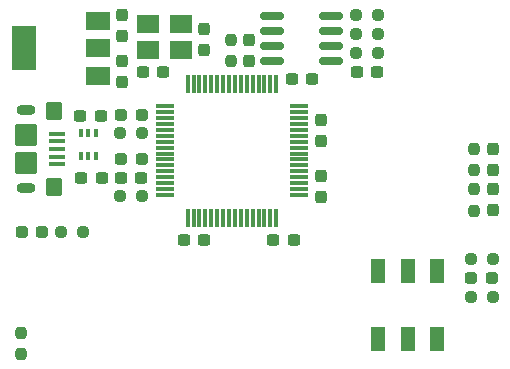
<source format=gtp>
G04 #@! TF.GenerationSoftware,KiCad,Pcbnew,7.0.8*
G04 #@! TF.CreationDate,2024-04-19T19:41:21-04:00*
G04 #@! TF.ProjectId,programmer,70726f67-7261-46d6-9d65-722e6b696361,rev?*
G04 #@! TF.SameCoordinates,Original*
G04 #@! TF.FileFunction,Paste,Top*
G04 #@! TF.FilePolarity,Positive*
%FSLAX46Y46*%
G04 Gerber Fmt 4.6, Leading zero omitted, Abs format (unit mm)*
G04 Created by KiCad (PCBNEW 7.0.8) date 2024-04-19 19:41:21*
%MOMM*%
%LPD*%
G01*
G04 APERTURE LIST*
G04 Aperture macros list*
%AMRoundRect*
0 Rectangle with rounded corners*
0 $1 Rounding radius*
0 $2 $3 $4 $5 $6 $7 $8 $9 X,Y pos of 4 corners*
0 Add a 4 corners polygon primitive as box body*
4,1,4,$2,$3,$4,$5,$6,$7,$8,$9,$2,$3,0*
0 Add four circle primitives for the rounded corners*
1,1,$1+$1,$2,$3*
1,1,$1+$1,$4,$5*
1,1,$1+$1,$6,$7*
1,1,$1+$1,$8,$9*
0 Add four rect primitives between the rounded corners*
20,1,$1+$1,$2,$3,$4,$5,0*
20,1,$1+$1,$4,$5,$6,$7,0*
20,1,$1+$1,$6,$7,$8,$9,0*
20,1,$1+$1,$8,$9,$2,$3,0*%
G04 Aperture macros list end*
%ADD10RoundRect,0.237500X-0.250000X-0.237500X0.250000X-0.237500X0.250000X0.237500X-0.250000X0.237500X0*%
%ADD11RoundRect,0.237500X-0.300000X-0.237500X0.300000X-0.237500X0.300000X0.237500X-0.300000X0.237500X0*%
%ADD12RoundRect,0.237500X-0.237500X0.250000X-0.237500X-0.250000X0.237500X-0.250000X0.237500X0.250000X0*%
%ADD13RoundRect,0.237500X0.287500X0.237500X-0.287500X0.237500X-0.287500X-0.237500X0.287500X-0.237500X0*%
%ADD14R,2.000000X1.500000*%
%ADD15R,2.000000X3.800000*%
%ADD16RoundRect,0.237500X0.237500X-0.287500X0.237500X0.287500X-0.237500X0.287500X-0.237500X-0.287500X0*%
%ADD17RoundRect,0.237500X0.300000X0.237500X-0.300000X0.237500X-0.300000X-0.237500X0.300000X-0.237500X0*%
%ADD18RoundRect,0.150000X-0.825000X-0.150000X0.825000X-0.150000X0.825000X0.150000X-0.825000X0.150000X0*%
%ADD19R,1.200000X2.000000*%
%ADD20RoundRect,0.237500X0.237500X-0.250000X0.237500X0.250000X-0.237500X0.250000X-0.237500X-0.250000X0*%
%ADD21RoundRect,0.237500X0.250000X0.237500X-0.250000X0.237500X-0.250000X-0.237500X0.250000X-0.237500X0*%
%ADD22RoundRect,0.237500X0.237500X-0.300000X0.237500X0.300000X-0.237500X0.300000X-0.237500X-0.300000X0*%
%ADD23R,1.950000X1.650000*%
%ADD24RoundRect,0.075000X-0.700000X-0.075000X0.700000X-0.075000X0.700000X0.075000X-0.700000X0.075000X0*%
%ADD25RoundRect,0.075000X-0.075000X-0.700000X0.075000X-0.700000X0.075000X0.700000X-0.075000X0.700000X0*%
%ADD26RoundRect,0.237500X-0.237500X0.287500X-0.237500X-0.287500X0.237500X-0.287500X0.237500X0.287500X0*%
%ADD27RoundRect,0.237500X-0.237500X0.300000X-0.237500X-0.300000X0.237500X-0.300000X0.237500X0.300000X0*%
%ADD28R,0.400000X0.650000*%
%ADD29RoundRect,0.100000X-0.575000X0.100000X-0.575000X-0.100000X0.575000X-0.100000X0.575000X0.100000X0*%
%ADD30RoundRect,0.250000X-0.450000X0.550000X-0.450000X-0.550000X0.450000X-0.550000X0.450000X0.550000X0*%
%ADD31RoundRect,0.250000X-0.700000X0.700000X-0.700000X-0.700000X0.700000X-0.700000X0.700000X0.700000X0*%
%ADD32O,1.600000X0.900000*%
G04 APERTURE END LIST*
D10*
X106487500Y-73956442D03*
X108312500Y-73956442D03*
D11*
X103096183Y-72492595D03*
X104821183Y-72492595D03*
D12*
X136400000Y-78700000D03*
X136400000Y-80525000D03*
D13*
X99868514Y-82330000D03*
X98118514Y-82330000D03*
D14*
X104618135Y-69099840D03*
X104618135Y-66799840D03*
X104618135Y-64499840D03*
D15*
X98318135Y-66799840D03*
D10*
X106478919Y-79322778D03*
X108303919Y-79322778D03*
D13*
X108270350Y-72400000D03*
X106520350Y-72400000D03*
D11*
X121000000Y-69400000D03*
X122725000Y-69400000D03*
D16*
X138000000Y-77087500D03*
X138000000Y-75337500D03*
D13*
X108279730Y-76190619D03*
X106529730Y-76190619D03*
D11*
X126475000Y-68800000D03*
X128200000Y-68800000D03*
D17*
X113600000Y-83000000D03*
X111875000Y-83000000D03*
D10*
X126462500Y-64000000D03*
X128287500Y-64000000D03*
D18*
X119325000Y-64032500D03*
X119325000Y-65302500D03*
X119325000Y-66572500D03*
X119325000Y-67842500D03*
X124275000Y-67842500D03*
X124275000Y-66572500D03*
X124275000Y-65302500D03*
X124275000Y-64032500D03*
D19*
X128300000Y-85628958D03*
X130800000Y-85628958D03*
X133300000Y-85628958D03*
X128300000Y-91428958D03*
X130800000Y-91428958D03*
X133300000Y-91428958D03*
D20*
X136400000Y-77125000D03*
X136400000Y-75300000D03*
D10*
X136175000Y-84612500D03*
X138000000Y-84612500D03*
D21*
X138000000Y-87812500D03*
X136175000Y-87812500D03*
D20*
X115860061Y-67902961D03*
X115860061Y-66077961D03*
D22*
X123483656Y-74599805D03*
X123483656Y-72874805D03*
D10*
X101468514Y-82330000D03*
X103293514Y-82330000D03*
X126462500Y-65600000D03*
X128287500Y-65600000D03*
D22*
X113587129Y-66922561D03*
X113587129Y-65197561D03*
D11*
X119437500Y-83000000D03*
X121162500Y-83000000D03*
D23*
X111600000Y-64700000D03*
X108850000Y-64700000D03*
X108850000Y-66900000D03*
X111600000Y-66900000D03*
D17*
X108262500Y-77800000D03*
X106537500Y-77800000D03*
D11*
X108387500Y-68800000D03*
X110112500Y-68800000D03*
D10*
X126462500Y-67200000D03*
X128287500Y-67200000D03*
D13*
X137950000Y-86212500D03*
X136200000Y-86212500D03*
D24*
X110250000Y-71700000D03*
X110250000Y-72200000D03*
X110250000Y-72700000D03*
X110250000Y-73200000D03*
X110250000Y-73700000D03*
X110250000Y-74200000D03*
X110250000Y-74700000D03*
X110250000Y-75200000D03*
X110250000Y-75700000D03*
X110250000Y-76200000D03*
X110250000Y-76700000D03*
X110250000Y-77200000D03*
X110250000Y-77700000D03*
X110250000Y-78200000D03*
X110250000Y-78700000D03*
X110250000Y-79200000D03*
D25*
X112175000Y-81125000D03*
X112675000Y-81125000D03*
X113175000Y-81125000D03*
X113675000Y-81125000D03*
X114175000Y-81125000D03*
X114675000Y-81125000D03*
X115175000Y-81125000D03*
X115675000Y-81125000D03*
X116175000Y-81125000D03*
X116675000Y-81125000D03*
X117175000Y-81125000D03*
X117675000Y-81125000D03*
X118175000Y-81125000D03*
X118675000Y-81125000D03*
X119175000Y-81125000D03*
X119675000Y-81125000D03*
D24*
X121600000Y-79200000D03*
X121600000Y-78700000D03*
X121600000Y-78200000D03*
X121600000Y-77700000D03*
X121600000Y-77200000D03*
X121600000Y-76700000D03*
X121600000Y-76200000D03*
X121600000Y-75700000D03*
X121600000Y-75200000D03*
X121600000Y-74700000D03*
X121600000Y-74200000D03*
X121600000Y-73700000D03*
X121600000Y-73200000D03*
X121600000Y-72700000D03*
X121600000Y-72200000D03*
X121600000Y-71700000D03*
D25*
X119675000Y-69775000D03*
X119175000Y-69775000D03*
X118675000Y-69775000D03*
X118175000Y-69775000D03*
X117675000Y-69775000D03*
X117175000Y-69775000D03*
X116675000Y-69775000D03*
X116175000Y-69775000D03*
X115675000Y-69775000D03*
X115175000Y-69775000D03*
X114675000Y-69775000D03*
X114175000Y-69775000D03*
X113675000Y-69775000D03*
X113175000Y-69775000D03*
X112675000Y-69775000D03*
X112175000Y-69775000D03*
D26*
X138000000Y-78737500D03*
X138000000Y-80487500D03*
D27*
X123464137Y-77624011D03*
X123464137Y-79349011D03*
D22*
X106600000Y-65725000D03*
X106600000Y-64000000D03*
X117334625Y-67851973D03*
X117334625Y-66126973D03*
D11*
X103158683Y-77800000D03*
X104883683Y-77800000D03*
D28*
X103121183Y-75892595D03*
X103771183Y-75892595D03*
X104421183Y-75892595D03*
X104421183Y-73992595D03*
X103771183Y-73992595D03*
X103121183Y-73992595D03*
D27*
X106606486Y-67884316D03*
X106606486Y-69609316D03*
D29*
X101125000Y-74008885D03*
X101125000Y-74658885D03*
X101125000Y-75308885D03*
X101125000Y-75958885D03*
X101125000Y-76608885D03*
D30*
X100900000Y-72108885D03*
X100900000Y-78508885D03*
D31*
X98450000Y-74108885D03*
X98450000Y-76508885D03*
D32*
X98450000Y-72008885D03*
X98450000Y-78608885D03*
D20*
X98100000Y-92712500D03*
X98100000Y-90887500D03*
M02*

</source>
